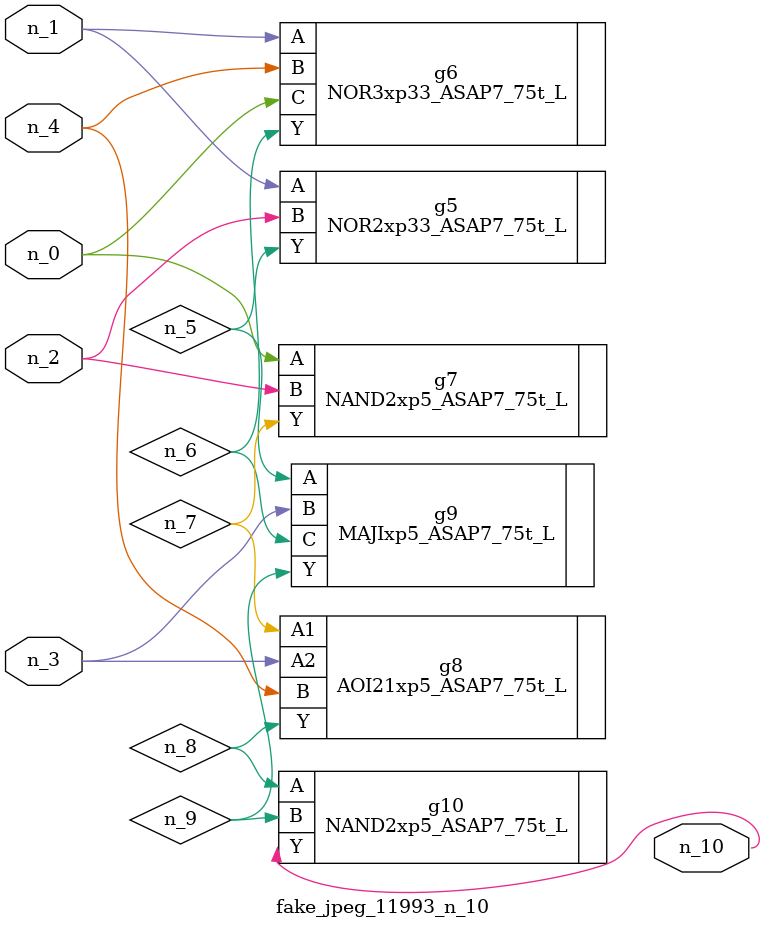
<source format=v>
module fake_jpeg_11993_n_10 (n_3, n_2, n_1, n_0, n_4, n_10);

input n_3;
input n_2;
input n_1;
input n_0;
input n_4;

output n_10;

wire n_8;
wire n_9;
wire n_6;
wire n_5;
wire n_7;

NOR2xp33_ASAP7_75t_L g5 ( 
.A(n_1),
.B(n_2),
.Y(n_5)
);

NOR3xp33_ASAP7_75t_L g6 ( 
.A(n_1),
.B(n_4),
.C(n_0),
.Y(n_6)
);

NAND2xp5_ASAP7_75t_L g7 ( 
.A(n_0),
.B(n_2),
.Y(n_7)
);

AOI21xp5_ASAP7_75t_L g8 ( 
.A1(n_7),
.A2(n_3),
.B(n_4),
.Y(n_8)
);

NAND2xp5_ASAP7_75t_L g10 ( 
.A(n_8),
.B(n_9),
.Y(n_10)
);

MAJIxp5_ASAP7_75t_L g9 ( 
.A(n_5),
.B(n_3),
.C(n_6),
.Y(n_9)
);


endmodule
</source>
